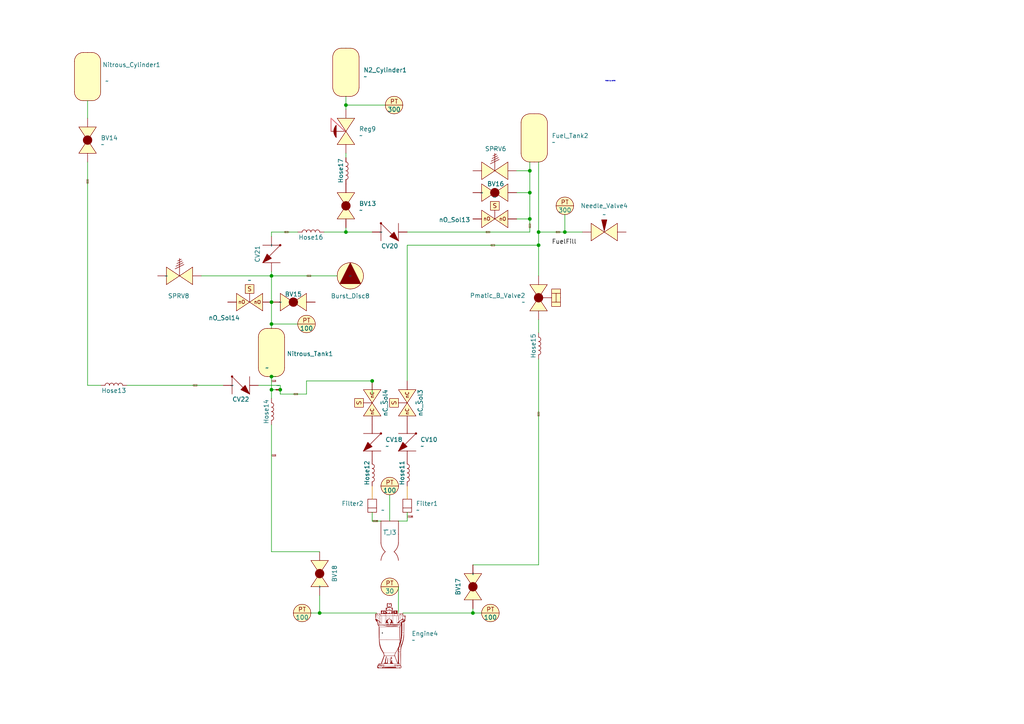
<source format=kicad_sch>
(kicad_sch (version 20250114) (generator "eeschema") (generator_version "9.0")
  (paper "A4")
  (lib_symbols
    (symbol "Analog_ADC:Torch_Igniter"
      (property "Reference" "T_I" (at -1.016 -0.254 0))
      (symbol "Torch_Igniter_1_1"
        (pin passive line (at -2.54 3.81 0) (length 0) (name "") (number ""))
        (pin passive line (at 2.54 3.81 180) (length 0) (name "") (number ""))
      )
    )
    (symbol "Ball_Valve_1"
      (property "Reference" "BV" (at 3.81 -4.318 0))
      (symbol "Ball_Valve_1_1_1"
        (pin passive line (at -2.54 0 0) (length 2.54) (name "") (number ""))
        (pin passive line (at 10.16 0 180) (length 2.54) (name "") (number ""))
      )
    )
    (symbol "Ball_Valve_2"
      (property "Reference" "BV" (at 3.81 -4.318 0))
      (symbol "Ball_Valve_2_1_1"
        (pin passive line (at -2.54 0 0) (length 2.54) (name "") (number ""))
        (pin passive line (at 10.16 0 180) (length 2.54) (name "") (number ""))
      )
    )
    (symbol "Ball_Valve_3"
      (property "Reference" "BV" (at 3.81 -4.318 0))
      (symbol "Ball_Valve_3_1_1"
        (pin passive line (at -2.54 0 0) (length 2.54) (name "") (number ""))
        (pin passive line (at 10.16 0 180) (length 2.54) (name "") (number ""))
      )
    )
    (symbol "Ball_Valve_4"
      (property "Reference" "BV" (at 3.81 -4.318 0))
      (symbol "Ball_Valve_4_1_1"
        (pin passive line (at -2.54 0 0) (length 2.54) (name "") (number ""))
        (pin passive line (at 10.16 0 180) (length 2.54) (name "") (number ""))
      )
    )
    (symbol "Ball_Valve_5"
      (property "Reference" "BV" (at 3.81 -4.318 0))
      (symbol "Ball_Valve_5_1_1"
        (pin passive line (at -2.54 0 0) (length 2.54) (name "") (number ""))
        (pin passive line (at 10.16 0 180) (length 2.54) (name "") (number ""))
      )
    )
    (symbol "Check_Valve_1"
      (property "Reference" "CV" (at 2.54 -4.064 0))
      (symbol "Check_Valve_1_1_1"
        (pin bidirectional line (at -2.54 0 0) (length 2.54) (name "") (number ""))
        (pin bidirectional line (at 7.62 0 180) (length 2.54) (name "") (number ""))
      )
    )
    (symbol "Check_Valve_2"
      (property "Reference" "CV" (at 2.54 -4.064 0))
      (symbol "Check_Valve_2_1_1"
        (pin bidirectional line (at -2.54 0 0) (length 2.54) (name "") (number ""))
        (pin bidirectional line (at 7.62 0 180) (length 2.54) (name "") (number ""))
      )
    )
    (symbol "Check_Valve_3"
      (property "Reference" "CV" (at 2.54 -4.064 0))
      (symbol "Check_Valve_3_1_1"
        (pin bidirectional line (at -2.54 0 0) (length 2.54) (name "") (number ""))
        (pin bidirectional line (at 7.62 0 180) (length 2.54) (name "") (number ""))
      )
    )
    (symbol "Check_Valve_4"
      (property "Reference" "CV" (at 2.54 -4.064 0))
      (symbol "Check_Valve_4_1_1"
        (pin bidirectional line (at -2.54 0 0) (length 2.54) (name "") (number ""))
        (pin bidirectional line (at 7.62 0 180) (length 2.54) (name "") (number ""))
      )
    )
    (symbol "Device:Hose" (pin_numbers (hide yes)) (pin_names (offset 1.016) (hide yes))
      (property "Reference" "Hose" (at -1.27 0 90))
      (symbol "Hose_1_1"
        (pin passive line (at 0 3.81 270) (length 1.27) (name "1") (number "1"))
        (pin passive line (at 0 -3.81 90) (length 1.27) (name "2") (number "2"))
      )
    )
    (symbol "Normally_Closed_Solenoid_1"
      (property "Reference" "nC_Sol" (at 0 -3.81 0))
      (symbol "Normally_Closed_Solenoid_1_1_1"
        (text "nC" (at -2.54 0 0) (effects (font (size 1 1))))
        (text "S\n" (at 0 3.81 0) (effects (font (size 1.27 1.27))))
        (text "nC" (at 2.286 0 0) (effects (font (size 1 1))))
        (pin passive line (at -6.35 0 0) (length 2.54) (name "") (number ""))
        (pin passive line (at 6.35 0 180) (length 2.54) (name "") (number ""))
      )
    )
    (symbol "PID_symbols:Ball_Valve"
      (property "Reference" "BV" (at 3.81 -4.318 0))
      (symbol "Ball_Valve_1_1"
        (pin passive line (at -2.54 0 0) (length 2.54) (name "") (number ""))
        (pin passive line (at 10.16 0 180) (length 2.54) (name "") (number ""))
      )
    )
    (symbol "PID_symbols:Burst_Disc"
      (property "Reference" "Burst_Disc" (at 0 -5.334 0))
      (symbol "Burst_Disc_1_1"
        (pin passive line (at -3.81 0 0) (length 0) (name "") (number ""))
        (pin passive line (at 0 -3.81 90) (length 0) (name "") (number ""))
        (pin passive line (at 3.81 0 180) (length 0) (name "") (number ""))
      )
    )
    (symbol "PID_symbols:Check_Valve"
      (property "Reference" "CV" (at 2.54 -4.064 0))
      (symbol "Check_Valve_1_1"
        (pin bidirectional line (at -2.54 0 0) (length 2.54) (name "") (number ""))
        (pin bidirectional line (at 7.62 0 180) (length 2.54) (name "") (number ""))
      )
    )
    (symbol "PID_symbols:Engine"
      (property "Reference" "Engine" (at 0 0 0))
      (symbol "Engine_1_1"
        (pin input line (at -3.81 3.81 0) (length 0) (name "") (number ""))
        (pin input line (at 0 6.35 0) (length 0) (name "") (number ""))
        (pin input line (at 3.81 3.81 0) (length 0) (name "") (number ""))
      )
    )
    (symbol "PID_symbols:Filter"
      (property "Reference" "Filter" (at 0 -4.826 0))
    )
    (symbol "PID_symbols:Needle_Valve"
      (property "Reference" "Needle_Valve" (at 3.556 -3.81 0))
      (symbol "Needle_Valve_1_1"
        (pin passive line (at -2.54 0 0) (length 2.54) (name "") (number ""))
        (pin passive line (at 10.16 0 180) (length 2.54) (name "") (number ""))
      )
    )
    (symbol "PID_symbols:Normally_Closed_Solenoid"
      (property "Reference" "nC_Sol" (at 0 -3.81 0))
      (symbol "Normally_Closed_Solenoid_1_1"
        (text "nC" (at -2.54 0 0) (effects (font (size 1 1))))
        (text "S\n" (at 0 3.81 0) (effects (font (size 1.27 1.27))))
        (text "nC" (at 2.286 0 0) (effects (font (size 1 1))))
        (pin passive line (at -6.35 0 0) (length 2.54) (name "") (number ""))
        (pin passive line (at 6.35 0 180) (length 2.54) (name "") (number ""))
      )
    )
    (symbol "PID_symbols:Pneumatic_Rotary_Ball_Valve"
      (property "Reference" "Pmatic_B_Valve" (at 0 -3.81 0))
      (symbol "Pneumatic_Rotary_Ball_Valve_1_1"
        (pin passive line (at -6.35 0 0) (length 2.54) (name "") (number ""))
        (pin passive line (at 0 6.35 270) (length 0) (name "") (number ""))
        (pin passive line (at 0 -1.27 90) (length 0) (name "") (number ""))
        (pin passive line (at 6.35 0 180) (length 2.54) (name "") (number ""))
      )
    )
    (symbol "PID_symbols:Pressure_Regulator"
      (property "Reference" "Reg" (at 3.81 -2.54 0))
      (symbol "Pressure_Regulator_1_1"
        (pin passive line (at -2.54 0 0) (length 2.54) (name "") (number ""))
        (pin passive line (at 10.16 0 180) (length 2.54) (name "") (number ""))
      )
    )
    (symbol "PID_symbols:Pressure_Transducer"
      (property "Reference" "PT" (at 0 -3.81 0))
      (symbol "Pressure_Transducer_1_1"
        (text "PT\n" (at 0 1.016 0) (effects (font (size 1.27 1.27))))
        (pin passive line (at -2.54 0 0) (length 0) (name "") (number ""))
        (pin passive line (at 0 -2.54 90) (length 0) (name "") (number ""))
        (pin passive line (at 2.54 0 180) (length 0) (name "") (number ""))
      )
    )
    (symbol "PID_symbols:SPRV"
      (property "Reference" "SPRV" (at 3.556 -3.302 0))
      (symbol "SPRV_1_1"
        (pin passive line (at -2.54 0 0) (length 2.54) (name "") (number ""))
        (pin passive line (at 10.16 0 180) (length 2.54) (name "") (number ""))
      )
    )
    (symbol "PID_symbols:Solenoid"
      (property "Reference" "nO_Sol" (at 3.81 -3.81 0))
      (symbol "Solenoid_1_1"
        (text "nO\n\n" (at 1.524 -0.762 0) (effects (font (size 1 1))))
        (text "S\n" (at 3.81 3.81 0) (effects (font (size 1.27 1.27))))
        (text "nO" (at 6.096 0 0) (effects (font (size 1 1))))
        (pin passive line (at -2.54 0 0) (length 2.54) (name "") (number ""))
        (pin passive line (at 10.16 0 180) (length 2.54) (name "") (number ""))
      )
    )
    (symbol "PID_symbols:Tank"
      (property "Reference" "T" (at 6.35 5.08 0))
      (symbol "Tank_1_1"
        (pin passive line (at 1.27 11.43 270) (length 0) (name "") (number ""))
        (pin passive line (at 1.27 -2.54 90) (length 0) (name "") (number ""))
      )
    )
    (symbol "Pressure_Transducer_1"
      (property "Reference" "PT" (at 0 -3.81 0))
      (symbol "Pressure_Transducer_1_1_1"
        (text "PT\n" (at 0 1.016 0) (effects (font (size 1.27 1.27))))
        (pin passive line (at -2.54 0 0) (length 0) (name "") (number ""))
        (pin passive line (at 0 -2.54 90) (length 0) (name "") (number ""))
        (pin passive line (at 2.54 0 180) (length 0) (name "") (number ""))
      )
    )
    (symbol "Pressure_Transducer_2"
      (property "Reference" "PT" (at 0 -3.81 0))
      (symbol "Pressure_Transducer_2_1_1"
        (text "PT\n" (at 0 1.016 0) (effects (font (size 1.27 1.27))))
        (pin passive line (at -2.54 0 0) (length 0) (name "") (number ""))
        (pin passive line (at 0 -2.54 90) (length 0) (name "") (number ""))
        (pin passive line (at 2.54 0 180) (length 0) (name "") (number ""))
      )
    )
    (symbol "Pressure_Transducer_3"
      (property "Reference" "PT" (at 0 -3.81 0))
      (symbol "Pressure_Transducer_3_1_1"
        (text "PT\n" (at 0 1.016 0) (effects (font (size 1.27 1.27))))
        (pin passive line (at -2.54 0 0) (length 0) (name "") (number ""))
        (pin passive line (at 0 -2.54 90) (length 0) (name "") (number ""))
        (pin passive line (at 2.54 0 180) (length 0) (name "") (number ""))
      )
    )
    (symbol "Pressure_Transducer_4"
      (property "Reference" "PT" (at 0 -3.81 0))
      (symbol "Pressure_Transducer_4_1_1"
        (text "PT\n" (at 0 1.016 0) (effects (font (size 1.27 1.27))))
        (pin passive line (at -2.54 0 0) (length 0) (name "") (number ""))
        (pin passive line (at 0 -2.54 90) (length 0) (name "") (number ""))
        (pin passive line (at 2.54 0 180) (length 0) (name "") (number ""))
      )
    )
    (symbol "Pressure_Transducer_5"
      (property "Reference" "PT" (at 0 -3.81 0))
      (symbol "Pressure_Transducer_5_1_1"
        (text "PT\n" (at 0 1.016 0) (effects (font (size 1.27 1.27))))
        (pin passive line (at -2.54 0 0) (length 0) (name "") (number ""))
        (pin passive line (at 0 -2.54 90) (length 0) (name "") (number ""))
        (pin passive line (at 2.54 0 180) (length 0) (name "") (number ""))
      )
    )
    (symbol "Pressure_Transducer_7"
      (property "Reference" "PT" (at 0 -3.81 0))
      (symbol "Pressure_Transducer_7_1_1"
        (text "PT\n" (at 0 1.016 0) (effects (font (size 1.27 1.27))))
        (pin passive line (at -2.54 0 0) (length 0) (name "") (number ""))
        (pin passive line (at 0 -2.54 90) (length 0) (name "") (number ""))
        (pin passive line (at 2.54 0 180) (length 0) (name "") (number ""))
      )
    )
    (symbol "SPRV_1"
      (property "Reference" "SPRV" (at 3.556 -3.302 0))
      (symbol "SPRV_1_1_1"
        (pin passive line (at -2.54 0 0) (length 2.54) (name "") (number ""))
        (pin passive line (at 10.16 0 180) (length 2.54) (name "") (number ""))
      )
    )
    (symbol "Solenoid_1"
      (property "Reference" "nO_Sol" (at 3.81 -3.81 0))
      (symbol "Solenoid_1_1_1"
        (text "nO\n\n" (at 1.524 -0.762 0) (effects (font (size 1 1))))
        (text "S\n" (at 3.81 3.81 0) (effects (font (size 1.27 1.27))))
        (text "nO" (at 6.096 0 0) (effects (font (size 1 1))))
        (pin passive line (at -2.54 0 0) (length 2.54) (name "") (number ""))
        (pin passive line (at 10.16 0 180) (length 2.54) (name "") (number ""))
      )
    )
    (symbol "Tank_1"
      (property "Reference" "T" (at 6.35 5.08 0))
      (symbol "Tank_1_1_1"
        (pin passive line (at 1.27 11.43 270) (length 0) (name "") (number ""))
        (pin passive line (at 1.27 -2.54 90) (length 0) (name "") (number ""))
      )
    )
    (symbol "Tank_2"
      (property "Reference" "T" (at 6.35 5.08 0))
      (symbol "Tank_2_1_1"
        (pin passive line (at 1.27 11.43 270) (length 0) (name "") (number ""))
        (pin passive line (at 1.27 -2.54 90) (length 0) (name "") (number ""))
      )
    )
    (symbol "Tank_3"
      (property "Reference" "T" (at 6.35 5.08 0))
      (symbol "Tank_3_1_1"
        (pin passive line (at 1.27 11.43 270) (length 0) (name "") (number ""))
        (pin passive line (at 1.27 -2.54 90) (length 0) (name "") (number ""))
      )
    )
    (symbol "stop_1" (in_bom no) (on_board no)
      (symbol "stop_1_1_1"
        (pin bidirectional line (at -1.27 0 0) (length 0) (name "") (number ""))
        (pin bidirectional line (at 0 0 180) (length 0) (name "") (number ""))
      )
    )
  )
  (text "made by sahiol\n" (at 177.038 23.622 0) (effects (font (size 0.254 0.254))))
  (junction (at 100.33 30.48))
  (junction (at 78.74 80.01))
  (junction (at 156.21 71.12))
  (junction (at 137.16 177.8))
  (junction (at 156.21 67.31))
  (junction (at 107.95 110.49))
  (junction (at 100.33 67.31))
  (junction (at 78.74 87.63))
  (junction (at 153.67 49.53))
  (junction (at 78.74 109.22))
  (junction (at 78.74 93.98))
  (junction (at 78.74 113.03))
  (junction (at 153.67 55.88))
  (junction (at 92.71 177.8))
  (junction (at 81.28 113.03))
  (junction (at 163.83 67.31))
  (junction (at 153.67 63.5))
  (wire (pts (xy 100.33 30.48) (xy 111.76 30.48)))
  (wire (pts (xy 25.4 111.76) (xy 29.21 111.76)))
  (wire (pts (xy 74.93 111.76) (xy 81.28 111.76)))
  (wire (pts (xy 78.74 160.02) (xy 92.71 160.02)))
  (wire (pts (xy 78.74 80.01) (xy 78.74 87.63)))
  (wire (pts (xy 100.33 30.48) (xy 100.33 27.94)))
  (wire (pts (xy 25.4 46.99) (xy 25.4 111.76)))
  (wire (pts (xy 78.74 80.01) (xy 97.79 80.01)))
  (wire (pts (xy 100.33 66.04) (xy 100.33 67.31)))
  (wire (pts (xy 149.86 63.5) (xy 153.67 63.5)))
  (wire (pts (xy 78.74 67.31) (xy 86.36 67.31)))
  (wire (pts (xy 25.4 34.29) (xy 25.4 29.21)))
  (wire (pts (xy 78.74 68.58) (xy 78.74 67.31)))
  (wire (pts (xy 107.95 110.49) (xy 88.9 110.49)))
  (wire (pts (xy 156.21 46.99) (xy 156.21 67.31)))
  (wire (pts (xy 78.74 123.19) (xy 78.74 160.02)))
  (wire (pts (xy 168.91 67.31) (xy 163.83 67.31)))
  (wire (pts (xy 107.95 67.31) (xy 100.33 67.31)))
  (wire (pts (xy 156.21 104.14) (xy 156.21 163.83)))
  (wire (pts (xy 78.74 109.22) (xy 80.01 109.22)))
  (wire (pts (xy 78.74 93.98) (xy 78.74 95.25)))
  (wire (pts (xy 118.11 71.12) (xy 118.11 110.49)))
  (wire (pts (xy 118.11 140.97) (xy 118.11 144.78)) (stroke (width 0) (color 221 133 0 1)))
  (wire (pts (xy 118.11 71.12) (xy 156.21 71.12)))
  (wire (pts (xy 118.11 151.13) (xy 115.57 151.13)))
  (wire (pts (xy 92.71 172.72) (xy 92.71 177.8)))
  (wire (pts (xy 78.74 113.03) (xy 80.01 113.03)))
  (wire (pts (xy 156.21 67.31) (xy 156.21 71.12)))
  (wire (pts (xy 118.11 148.59) (xy 118.11 151.13)))
  (wire (pts (xy 90.17 177.8) (xy 92.71 177.8)))
  (wire (pts (xy 153.67 55.88) (xy 153.67 63.5)))
  (wire (pts (xy 36.83 111.76) (xy 64.77 111.76)))
  (wire (pts (xy 118.11 67.31) (xy 153.67 67.31)))
  (wire (pts (xy 78.74 80.01) (xy 78.74 78.74)))
  (wire (pts (xy 163.83 62.23) (xy 163.83 67.31)))
  (wire (pts (xy 100.33 30.48) (xy 100.33 31.75)))
  (wire (pts (xy 110.49 151.13) (xy 107.95 151.13)))
  (wire (pts (xy 88.9 110.49) (xy 88.9 114.3)))
  (wire (pts (xy 107.95 148.59) (xy 107.95 151.13)))
  (wire (pts (xy 163.83 67.31) (xy 156.21 67.31)))
  (wire (pts (xy 156.21 71.12) (xy 156.21 80.01)))
  (wire (pts (xy 115.57 170.18) (xy 115.57 177.8)))
  (wire (pts (xy 116.84 177.8) (xy 137.16 177.8)))
  (wire (pts (xy 149.86 49.53) (xy 153.67 49.53)))
  (wire (pts (xy 58.42 80.01) (xy 78.74 80.01)))
  (wire (pts (xy 81.28 113.03) (xy 81.28 114.3)))
  (wire (pts (xy 149.86 55.88) (xy 153.67 55.88)))
  (wire (pts (xy 88.9 114.3) (xy 81.28 114.3)))
  (wire (pts (xy 156.21 163.83) (xy 137.16 163.83)))
  (wire (pts (xy 100.33 44.45) (xy 100.33 45.72)))
  (wire (pts (xy 78.74 87.63) (xy 78.74 93.98)))
  (wire (pts (xy 107.95 110.49) (xy 107.95 114.3)))
  (wire (pts (xy 78.74 113.03) (xy 78.74 115.57)))
  (wire (pts (xy 137.16 176.53) (xy 137.16 177.8)))
  (wire (pts (xy 153.67 55.88) (xy 153.67 49.53)))
  (wire (pts (xy 113.03 143.51) (xy 113.03 151.13)))
  (wire (pts (xy 93.98 67.31) (xy 100.33 67.31)))
  (wire (pts (xy 156.21 92.71) (xy 156.21 96.52)))
  (wire (pts (xy 153.67 46.99) (xy 153.67 49.53)))
  (wire (pts (xy 92.71 177.8) (xy 109.22 177.8)))
  (wire (pts (xy 107.95 140.97) (xy 107.95 144.78)) (stroke (width 0) (color 221 133 0 1)))
  (wire (pts (xy 78.74 109.22) (xy 78.74 113.03)))
  (wire (pts (xy 153.67 63.5) (xy 153.67 67.31)))
  (wire (pts (xy 139.7 177.8) (xy 137.16 177.8)))
  (wire (pts (xy 81.28 111.76) (xy 81.28 113.03)))
  (wire (pts (xy 78.74 93.98) (xy 86.36 93.98)))
  (label "." (at 110.49 184.15 0))
  (label "FuelFill" (at 160.02 71.12 0))
  (global_label "1-4" (shape input) (at 156.21 119.38 270) (effects (font (size 0.254 0.254))) (property "Intersheetrefs" "${INTERSHEET_REFS}" (effects (hide yes))))
  (global_label "1-4" (shape input) (at 153.67 64.77 270) (effects (font (size 0.254 0.254))) (property "Intersheetrefs" "${INTERSHEET_REFS}" (effects (hide yes))))
  (global_label "1-2" (shape input) (at 78.74 132.08 0) (effects (font (size 0.254 0.254))) (property "Intersheetrefs" "${INTERSHEET_REFS}" (effects (hide yes))))
  (global_label "1-4" (shape input) (at 142.24 67.31 180) (effects (font (size 0.254 0.254))) (property "Intersheetrefs" "${INTERSHEET_REFS}" (effects (hide yes))))
  (global_label "1-2" (shape input) (at 78.74 110.49 0) (effects (font (size 0.254 0.254))) (property "Intersheetrefs" "${INTERSHEET_REFS}" (effects (hide yes))))
  (global_label "1-4" (shape input) (at 162.56 67.31 180) (effects (font (size 0.254 0.254))) (property "Intersheetrefs" "${INTERSHEET_REFS}" (effects (hide yes))))
  (global_label "1-4" (shape input) (at 83.82 67.31 180) (effects (font (size 0.254 0.254))) (property "Intersheetrefs" "${INTERSHEET_REFS}" (effects (hide yes))))
  (global_label "1-4" (shape input) (at 55.88 111.76 0) (effects (font (size 0.254 0.254))) (property "Intersheetrefs" "${INTERSHEET_REFS}" (effects (hide yes))))
  (global_label "1-4" (shape input) (at 88.9 80.01 0) (effects (font (size 0.254 0.254))) (property "Intersheetrefs" "${INTERSHEET_REFS}" (effects (hide yes))))
  (global_label "1-4" (shape input) (at 85.09 114.3 0) (effects (font (size 0.254 0.254))) (property "Intersheetrefs" "${INTERSHEET_REFS}" (effects (hide yes))))
  (global_label "TI-HP" (shape input) (at 107.95 151.13 0) (effects (font (size 0.254 0.254))) (property "Intersheetrefs" "${INTERSHEET_REFS}" (effects (hide yes))))
  (global_label "TI-HP" (shape input) (at 118.11 149.86 0) (effects (font (size 0.254 0.254))) (property "Intersheetrefs" "${INTERSHEET_REFS}" (effects (hide yes))))
  (global_label "1-4" (shape input) (at 25.4 53.34 90) (effects (font (size 0.254 0.254))) (property "Intersheetrefs" "${INTERSHEET_REFS}" (effects (hide yes))))
  (global_label "1-4" (shape input) (at 142.24 71.12 0) (effects (font (size 0.254 0.254))) (property "Intersheetrefs" "${INTERSHEET_REFS}" (effects (hide yes))))
  (symbol (lib_id "PID_symbols:Pressure_Transducer") (at 113.03 170.18 0) (unit 1)
    (property "Reference" "PT26" (effects (hide yes)))
    (property "Value" "30" (at 113.03 171.45 0))
  )
  (symbol (lib_id "PID_symbols:Check_Valve") (at 67.31 111.76 0) (unit 1)
    (property "Reference" "CV22" (at 69.85 115.824 0))
    (property "Value" "~" (at 67.31 111.76 0))
  )
  (symbol (lib_id "Device:Hose") (at 90.17 67.31 90) (unit 1)
    (property "Reference" "Hose16" (at 90.17 68.834 90))
  )
  (symbol (lib_id "PID_symbols:Filter") (at 107.95 144.78 0) (unit 1)
    (property "Reference" "Filter2" (at 99.06 146.05 0) (effects (justify left)))
    (property "Value" "~" (at 110.49 147.955 0) (effects (justify left)))
  )
  (symbol (lib_name "Check_Valve_3") (lib_id "PID_symbols:Check_Valve") (at 118.11 125.73 270) (unit 1)
    (property "Reference" "CV10" (at 121.92 127.5079 90) (effects (justify left)))
    (property "Value" "~" (at 121.92 129.413 90) (effects (justify left)))
  )
  (symbol (lib_id "PID_symbols:Ball_Valve") (at 25.4 36.83 270) (unit 1)
    (property "Reference" "BV14" (at 29.21 40.0049 90) (effects (justify left)))
    (property "Value" "~" (at 29.21 41.91 90) (effects (justify left)))
  )
  (symbol (lib_name "Ball_Valve_1") (lib_id "PID_symbols:Ball_Valve") (at 139.7 55.88 0) (unit 1)
    (property "Reference" "BV16" (at 143.764 53.34 0))
    (property "Value" "~" (at 139.7 55.88 0))
  )
  (symbol (lib_name "Ball_Valve_2") (lib_id "PID_symbols:Ball_Valve") (at 92.71 170.18 90) (unit 1)
    (property "Reference" "BV18" (at 97.028 166.37 0))
    (property "Value" "~" (at 92.71 170.18 0))
  )
  (symbol (lib_name "Pressure_Transducer_1") (lib_id "PID_symbols:Pressure_Transducer") (at 142.24 177.8 0) (unit 1)
    (property "Reference" "PT42" (effects (hide yes)))
    (property "Value" "100" (at 142.24 179.07 0))
  )
  (symbol (lib_id "Device:Hose") (at 118.11 137.16 0) (unit 1)
    (property "Reference" "Hose11" (at 116.586 137.16 90))
  )
  (symbol (lib_id "PID_symbols:Engine") (at 113.03 181.61 0) (unit 1)
    (property "Reference" "Engine4" (at 119.38 183.7618 0) (effects (justify left)))
    (property "Value" "~" (at 119.38 185.6669 0) (effects (justify left)))
  )
  (symbol (lib_name "Check_Valve_1") (lib_id "PID_symbols:Check_Valve") (at 110.49 67.31 0) (unit 1)
    (property "Reference" "CV20" (at 113.03 71.374 0))
    (property "Value" "~" (at 110.49 67.31 0))
  )
  (symbol (lib_id "PID_symbols:Solenoid") (at 139.7 63.5 0) (unit 1)
    (property "Reference" "nO_Sol13" (at 131.826 63.754 0))
    (property "Value" "~" (at 143.51 57.15 0))
  )
  (symbol (lib_name "stop_1") (lib_id "PID_symbols:stop") (at 81.28 113.03 0) (unit 1) (in_bom no) (on_board no)
    (property "Reference" "U20" (effects (hide yes)))
    (property "Value" "~" (at 80.645 111.76 0))
  )
  (symbol (lib_id "Device:Hose") (at 156.21 100.33 0) (unit 1)
    (property "Reference" "Hose15" (at 154.686 100.33 90))
  )
  (symbol (lib_id "Device:Hose") (at 33.02 111.76 90) (unit 1)
    (property "Reference" "Hose13" (at 33.02 113.284 90))
  )
  (symbol (lib_id "Device:Hose") (at 100.33 49.53 0) (unit 1)
    (property "Reference" "Hose17" (at 98.806 49.53 90))
  )
  (symbol (lib_id "PID_symbols:Burst_Disc") (at 101.6 80.01 0) (unit 1)
    (property "Reference" "Burst_Disc8" (at 101.6 85.852 0))
    (property "Value" "~" (at 101.6 80.01 0))
  )
  (symbol (lib_id "PID_symbols:Needle_Valve") (at 171.45 67.31 0) (unit 1)
    (property "Reference" "Needle_Valve4" (at 175.26 59.69 0))
    (property "Value" "~" (at 175.26 62.23 0))
  )
  (symbol (lib_name "SPRV_1") (lib_id "PID_symbols:SPRV") (at 139.7 49.53 0) (unit 1)
    (property "Reference" "SPRV6" (at 143.764 43.18 0))
    (property "Value" "~" (at 143.51 43.18 0))
  )
  (symbol (lib_id "PID_symbols:Filter") (at 118.11 144.78 0) (unit 1)
    (property "Reference" "Filter1" (at 120.65 146.0499 0) (effects (justify left)))
    (property "Value" "~" (at 120.65 147.955 0) (effects (justify left)))
  )
  (symbol (lib_name "Pressure_Transducer_4") (lib_id "PID_symbols:Pressure_Transducer") (at 87.63 177.8 0) (unit 1)
    (property "Reference" "PT27" (effects (hide yes)))
    (property "Value" "100" (at 87.63 179.07 0))
  )
  (symbol (lib_id "PID_symbols:Tank") (at 77.47 106.68 0) (unit 1)
    (property "Reference" "Nitrous_Tank1" (at 89.916 102.616 0))
    (property "Value" "~" (at 77.47 106.68 0))
  )
  (symbol (lib_id "PID_symbols:SPRV") (at 48.26 80.01 0) (unit 1)
    (property "Reference" "SPRV8" (at 51.816 85.852 0))
    (property "Value" "~" (at 48.26 80.01 0))
  )
  (symbol (lib_name "Ball_Valve_3") (lib_id "PID_symbols:Ball_Valve") (at 100.33 55.88 270) (unit 1)
    (property "Reference" "BV13" (at 104.14 59.0549 90) (effects (justify left)))
    (property "Value" "~" (at 104.14 60.96 90) (effects (justify left)))
  )
  (symbol (lib_id "PID_symbols:Pneumatic_Rotary_Ball_Valve") (at 156.21 86.36 270) (unit 1)
    (property "Reference" "Pmatic_B_Valve2" (at 152.4 85.7249 90) (effects (justify right)))
    (property "Value" "~" (at 152.4 87.63 90) (effects (justify right)))
  )
  (symbol (lib_name "Normally_Closed_Solenoid_1") (lib_id "PID_symbols:Normally_Closed_Solenoid") (at 107.95 116.84 90) (unit 1)
    (property "Reference" "nC_Sol4" (at 111.76 116.84 0))
    (property "Value" "~" (at 110.49 116.84 0))
  )
  (symbol (lib_name "Pressure_Transducer_2") (lib_id "PID_symbols:Pressure_Transducer") (at 88.9 93.98 0) (unit 1)
    (property "Reference" "PT4" (effects (hide yes)))
    (property "Value" "100" (at 88.9 95.25 0))
  )
  (symbol (lib_name "Check_Valve_4") (lib_id "PID_symbols:Check_Valve") (at 107.95 125.73 270) (unit 1)
    (property "Reference" "CV18" (at 111.76 127.5079 90) (effects (justify left)))
    (property "Value" "~" (at 111.76 129.413 90) (effects (justify left)))
  )
  (symbol (lib_id "Device:Hose") (at 78.74 119.38 0) (unit 1)
    (property "Reference" "Hose14" (at 77.216 119.38 90))
  )
  (symbol (lib_id "PID_symbols:Pressure_Regulator") (at 100.33 41.91 90) (unit 1)
    (property "Reference" "Reg9" (at 104.14 37.4024 90) (effects (justify right)))
    (property "Value" "~" (at 104.14 39.3075 90) (effects (justify right)))
    (property "Description" "Pressure Regulator" (effects (hide yes)))
  )
  (symbol (lib_id "PID_symbols:Normally_Closed_Solenoid") (at 118.11 116.84 90) (unit 1)
    (property "Reference" "nC_Sol3" (at 121.92 116.84 0))
    (property "Value" "~" (at 120.65 116.84 0))
  )
  (symbol (lib_name "Tank_1") (lib_id "PID_symbols:Tank") (at 99.06 25.4 0) (unit 1)
    (property "Reference" "N2_Cylinder1" (at 105.41 20.3199 0) (effects (justify left)))
    (property "Value" "~" (at 105.41 22.225 0) (effects (justify left)))
  )
  (symbol (lib_name "Ball_Valve_4") (lib_id "PID_symbols:Ball_Valve") (at 81.28 87.63 0) (unit 1)
    (property "Reference" "BV15" (at 85.09 85.344 0))
    (property "Value" "~" (at 81.28 87.63 0))
  )
  (symbol (lib_name "Check_Valve_2") (lib_id "PID_symbols:Check_Valve") (at 78.74 71.12 270) (unit 1)
    (property "Reference" "CV21" (at 74.676 73.66 0))
    (property "Value" "~" (at 78.74 71.12 0))
  )
  (symbol (lib_id "Analog_ADC:Torch_Igniter") (at 113.03 154.94 0) (unit 1)
    (property "Reference" "T_I3" (at 113.03 154.432 0))
    (property "Value" "~" (at 112.268 153.67 0))
  )
  (symbol (lib_name "Pressure_Transducer_7") (lib_id "PID_symbols:Pressure_Transducer") (at 113.03 140.97 0) (unit 1)
    (property "Reference" "Igniter2" (effects (hide yes)))
    (property "Value" "100" (at 113.03 142.24 0))
  )
  (symbol (lib_id "Device:Hose") (at 107.95 137.16 0) (unit 1)
    (property "Reference" "Hose12" (at 106.426 137.16 90))
  )
  (symbol (lib_name "Tank_2") (lib_id "PID_symbols:Tank") (at 24.13 26.67 0) (unit 1)
    (property "Reference" "Nitrous_Cylinder1" (at 29.718 18.796 0) (effects (justify left)))
    (property "Value" "~" (at 30.48 23.495 0) (effects (justify left)))
  )
  (symbol (lib_name "Pressure_Transducer_5") (lib_id "PID_symbols:Pressure_Transducer") (at 163.83 59.69 0) (unit 1)
    (property "Reference" "PT43" (effects (hide yes)))
    (property "Value" "300" (at 163.83 60.96 0))
  )
  (symbol (lib_name "Solenoid_1") (lib_id "PID_symbols:Solenoid") (at 68.58 87.63 0) (unit 1)
    (property "Reference" "nO_Sol14" (at 65.024 92.202 0))
    (property "Value" "~" (at 72.39 81.28 0))
  )
  (symbol (lib_name "Tank_3") (lib_id "PID_symbols:Tank") (at 153.67 44.45 0) (unit 1)
    (property "Reference" "Fuel_Tank2" (at 160.02 39.3699 0) (effects (justify left)))
    (property "Value" "~" (at 160.02 41.275 0) (effects (justify left)))
  )
  (symbol (lib_name "Ball_Valve_5") (lib_id "PID_symbols:Ball_Valve") (at 137.16 166.37 270) (unit 1)
    (property "Reference" "BV17" (at 132.842 170.18 0))
    (property "Value" "~" (at 137.16 166.37 0))
  )
  (symbol (lib_name "Pressure_Transducer_3") (lib_id "PID_symbols:Pressure_Transducer") (at 114.3 30.48 0) (unit 1)
    (property "Reference" "PT5" (effects (hide yes)))
    (property "Value" "300" (at 114.3 31.75 0))
  )
)
</source>
